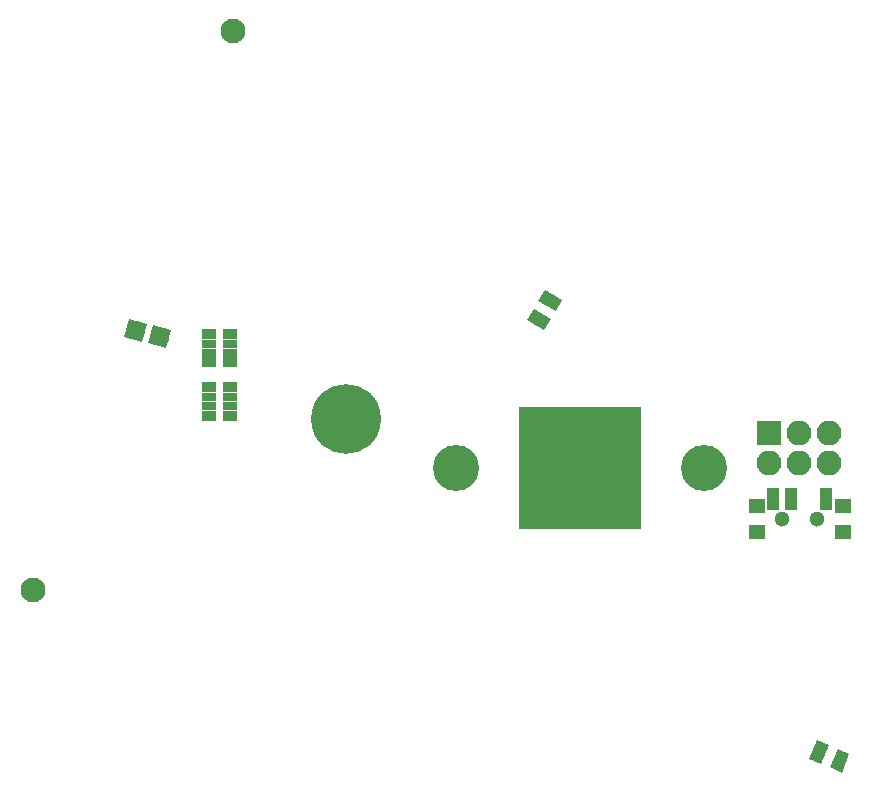
<source format=gbs>
G04 #@! TF.GenerationSoftware,KiCad,Pcbnew,5.0.0-fee4fd1~66~ubuntu18.04.1*
G04 #@! TF.CreationDate,2018-09-07T22:29:42-07:00*
G04 #@! TF.ProjectId,trevor2,747265766F72322E6B696361645F7063,rev?*
G04 #@! TF.SameCoordinates,Original*
G04 #@! TF.FileFunction,Soldermask,Bot*
G04 #@! TF.FilePolarity,Negative*
%FSLAX46Y46*%
G04 Gerber Fmt 4.6, Leading zero omitted, Abs format (unit mm)*
G04 Created by KiCad (PCBNEW 5.0.0-fee4fd1~66~ubuntu18.04.1) date Fri Sep  7 22:29:42 2018*
%MOMM*%
%LPD*%
G01*
G04 APERTURE LIST*
%ADD10R,10.400000X10.400000*%
%ADD11C,3.900000*%
%ADD12C,1.600000*%
%ADD13C,0.100000*%
%ADD14C,2.100000*%
%ADD15R,2.100000X2.100000*%
%ADD16O,2.100000X2.100000*%
%ADD17C,1.100000*%
%ADD18R,1.200000X0.900000*%
%ADD19R,1.200000X0.800000*%
%ADD20C,1.300000*%
%ADD21R,1.100000X1.900000*%
%ADD22R,1.400000X1.200000*%
%ADD23C,5.900000*%
G04 APERTURE END LIST*
D10*
G04 #@! TO.C,BT1*
X159800000Y-97400000D03*
D11*
X170300400Y-97400000D03*
X149299600Y-97400000D03*
G04 #@! TD*
D12*
G04 #@! TO.C,C1*
X122185778Y-85728240D03*
D13*
G36*
X123165574Y-85162555D02*
X122751463Y-86708036D01*
X121205982Y-86293925D01*
X121620093Y-84748444D01*
X123165574Y-85162555D01*
X123165574Y-85162555D01*
G37*
D12*
X124214222Y-86271760D03*
D13*
G36*
X125194018Y-85706075D02*
X124779907Y-87251556D01*
X123234426Y-86837445D01*
X123648537Y-85291964D01*
X125194018Y-85706075D01*
X125194018Y-85706075D01*
G37*
G04 #@! TD*
D14*
G04 #@! TO.C,J1*
X130400000Y-60400000D03*
G04 #@! TD*
G04 #@! TO.C,J2*
X113500000Y-107700000D03*
G04 #@! TD*
D15*
G04 #@! TO.C,J3*
X175800000Y-94400000D03*
D16*
X175800000Y-96940000D03*
X178340000Y-94400000D03*
X178340000Y-96940000D03*
X180880000Y-94400000D03*
X180880000Y-96940000D03*
G04 #@! TD*
D17*
G04 #@! TO.C,R1*
X156325000Y-84822724D03*
D13*
G36*
X155863878Y-83921410D02*
X157336122Y-84771410D01*
X156786122Y-85724038D01*
X155313878Y-84874038D01*
X155863878Y-83921410D01*
X155863878Y-83921410D01*
G37*
D17*
X157275000Y-83177276D03*
D13*
G36*
X156813878Y-82275962D02*
X158286122Y-83125962D01*
X157736122Y-84078590D01*
X156263878Y-83228590D01*
X156813878Y-82275962D01*
X156813878Y-82275962D01*
G37*
G04 #@! TD*
D18*
G04 #@! TO.C,RN1*
X130150000Y-90550000D03*
D19*
X130150000Y-92150000D03*
X130150000Y-91350000D03*
D18*
X130150000Y-92950000D03*
D19*
X128350000Y-91350000D03*
D18*
X128350000Y-90550000D03*
D19*
X128350000Y-92150000D03*
D18*
X128350000Y-92950000D03*
G04 #@! TD*
G04 #@! TO.C,RN2*
X128350000Y-88450000D03*
D19*
X128350000Y-87650000D03*
D18*
X128350000Y-86050000D03*
D19*
X128350000Y-86850000D03*
D18*
X130150000Y-88450000D03*
D19*
X130150000Y-86850000D03*
X130150000Y-87650000D03*
D18*
X130150000Y-86050000D03*
G04 #@! TD*
D20*
G04 #@! TO.C,SW1*
X179900000Y-101725000D03*
X176900000Y-101725000D03*
D21*
X180650000Y-99975000D03*
X177650000Y-99975000D03*
X176150000Y-99975000D03*
D22*
X182050000Y-102825000D03*
X174750000Y-102825000D03*
X174750000Y-100625000D03*
X182050000Y-100625000D03*
G04 #@! TD*
D23*
G04 #@! TO.C,REF\002A\002A*
X140000000Y-93200000D03*
G04 #@! TD*
D17*
G04 #@! TO.C,R2*
X180025519Y-121428805D03*
D13*
G36*
X179187120Y-121996332D02*
X179851363Y-120431474D01*
X180863918Y-120861278D01*
X180199675Y-122426136D01*
X179187120Y-121996332D01*
X179187120Y-121996332D01*
G37*
D17*
X181774481Y-122171195D03*
D13*
G36*
X180936082Y-122738722D02*
X181600325Y-121173864D01*
X182612880Y-121603668D01*
X181948637Y-123168526D01*
X180936082Y-122738722D01*
X180936082Y-122738722D01*
G37*
G04 #@! TD*
M02*

</source>
